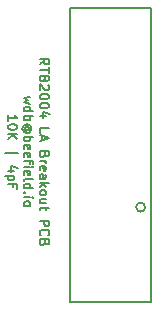
<source format=gbr>
%TF.GenerationSoftware,KiCad,Pcbnew,5.1.6-c6e7f7d~87~ubuntu18.04.1*%
%TF.CreationDate,2020-10-17T23:49:05-07:00*%
%TF.ProjectId,LA_Adapter,4c415f41-6461-4707-9465-722e6b696361,rev?*%
%TF.SameCoordinates,Original*%
%TF.FileFunction,Legend,Top*%
%TF.FilePolarity,Positive*%
%FSLAX46Y46*%
G04 Gerber Fmt 4.6, Leading zero omitted, Abs format (unit mm)*
G04 Created by KiCad (PCBNEW 5.1.6-c6e7f7d~87~ubuntu18.04.1) date 2020-10-17 23:49:05*
%MOMM*%
%LPD*%
G01*
G04 APERTURE LIST*
%ADD10C,0.150000*%
%ADD11C,0.152400*%
G04 APERTURE END LIST*
D10*
X25488095Y-96609523D02*
X25869047Y-96342857D01*
X25488095Y-96152380D02*
X26288095Y-96152380D01*
X26288095Y-96457142D01*
X26250000Y-96533333D01*
X26211904Y-96571428D01*
X26135714Y-96609523D01*
X26021428Y-96609523D01*
X25945238Y-96571428D01*
X25907142Y-96533333D01*
X25869047Y-96457142D01*
X25869047Y-96152380D01*
X26288095Y-96838095D02*
X26288095Y-97295238D01*
X25488095Y-97066666D02*
X26288095Y-97066666D01*
X25907142Y-97828571D02*
X25869047Y-97942857D01*
X25830952Y-97980952D01*
X25754761Y-98019047D01*
X25640476Y-98019047D01*
X25564285Y-97980952D01*
X25526190Y-97942857D01*
X25488095Y-97866666D01*
X25488095Y-97561904D01*
X26288095Y-97561904D01*
X26288095Y-97828571D01*
X26250000Y-97904761D01*
X26211904Y-97942857D01*
X26135714Y-97980952D01*
X26059523Y-97980952D01*
X25983333Y-97942857D01*
X25945238Y-97904761D01*
X25907142Y-97828571D01*
X25907142Y-97561904D01*
X26211904Y-98323809D02*
X26250000Y-98361904D01*
X26288095Y-98438095D01*
X26288095Y-98628571D01*
X26250000Y-98704761D01*
X26211904Y-98742857D01*
X26135714Y-98780952D01*
X26059523Y-98780952D01*
X25945238Y-98742857D01*
X25488095Y-98285714D01*
X25488095Y-98780952D01*
X26288095Y-99276190D02*
X26288095Y-99352380D01*
X26250000Y-99428571D01*
X26211904Y-99466666D01*
X26135714Y-99504761D01*
X25983333Y-99542857D01*
X25792857Y-99542857D01*
X25640476Y-99504761D01*
X25564285Y-99466666D01*
X25526190Y-99428571D01*
X25488095Y-99352380D01*
X25488095Y-99276190D01*
X25526190Y-99200000D01*
X25564285Y-99161904D01*
X25640476Y-99123809D01*
X25792857Y-99085714D01*
X25983333Y-99085714D01*
X26135714Y-99123809D01*
X26211904Y-99161904D01*
X26250000Y-99200000D01*
X26288095Y-99276190D01*
X26288095Y-100038095D02*
X26288095Y-100114285D01*
X26250000Y-100190476D01*
X26211904Y-100228571D01*
X26135714Y-100266666D01*
X25983333Y-100304761D01*
X25792857Y-100304761D01*
X25640476Y-100266666D01*
X25564285Y-100228571D01*
X25526190Y-100190476D01*
X25488095Y-100114285D01*
X25488095Y-100038095D01*
X25526190Y-99961904D01*
X25564285Y-99923809D01*
X25640476Y-99885714D01*
X25792857Y-99847619D01*
X25983333Y-99847619D01*
X26135714Y-99885714D01*
X26211904Y-99923809D01*
X26250000Y-99961904D01*
X26288095Y-100038095D01*
X26021428Y-100990476D02*
X25488095Y-100990476D01*
X26326190Y-100800000D02*
X25754761Y-100609523D01*
X25754761Y-101104761D01*
X25488095Y-102400000D02*
X25488095Y-102019047D01*
X26288095Y-102019047D01*
X25716666Y-102628571D02*
X25716666Y-103009523D01*
X25488095Y-102552380D02*
X26288095Y-102819047D01*
X25488095Y-103085714D01*
X25907142Y-104228571D02*
X25869047Y-104342857D01*
X25830952Y-104380952D01*
X25754761Y-104419047D01*
X25640476Y-104419047D01*
X25564285Y-104380952D01*
X25526190Y-104342857D01*
X25488095Y-104266666D01*
X25488095Y-103961904D01*
X26288095Y-103961904D01*
X26288095Y-104228571D01*
X26250000Y-104304761D01*
X26211904Y-104342857D01*
X26135714Y-104380952D01*
X26059523Y-104380952D01*
X25983333Y-104342857D01*
X25945238Y-104304761D01*
X25907142Y-104228571D01*
X25907142Y-103961904D01*
X25488095Y-104761904D02*
X26021428Y-104761904D01*
X25869047Y-104761904D02*
X25945238Y-104800000D01*
X25983333Y-104838095D01*
X26021428Y-104914285D01*
X26021428Y-104990476D01*
X25526190Y-105561904D02*
X25488095Y-105485714D01*
X25488095Y-105333333D01*
X25526190Y-105257142D01*
X25602380Y-105219047D01*
X25907142Y-105219047D01*
X25983333Y-105257142D01*
X26021428Y-105333333D01*
X26021428Y-105485714D01*
X25983333Y-105561904D01*
X25907142Y-105600000D01*
X25830952Y-105600000D01*
X25754761Y-105219047D01*
X25488095Y-106285714D02*
X25907142Y-106285714D01*
X25983333Y-106247619D01*
X26021428Y-106171428D01*
X26021428Y-106019047D01*
X25983333Y-105942857D01*
X25526190Y-106285714D02*
X25488095Y-106209523D01*
X25488095Y-106019047D01*
X25526190Y-105942857D01*
X25602380Y-105904761D01*
X25678571Y-105904761D01*
X25754761Y-105942857D01*
X25792857Y-106019047D01*
X25792857Y-106209523D01*
X25830952Y-106285714D01*
X25488095Y-106666666D02*
X26288095Y-106666666D01*
X25792857Y-106742857D02*
X25488095Y-106971428D01*
X26021428Y-106971428D02*
X25716666Y-106666666D01*
X25488095Y-107428571D02*
X25526190Y-107352380D01*
X25564285Y-107314285D01*
X25640476Y-107276190D01*
X25869047Y-107276190D01*
X25945238Y-107314285D01*
X25983333Y-107352380D01*
X26021428Y-107428571D01*
X26021428Y-107542857D01*
X25983333Y-107619047D01*
X25945238Y-107657142D01*
X25869047Y-107695238D01*
X25640476Y-107695238D01*
X25564285Y-107657142D01*
X25526190Y-107619047D01*
X25488095Y-107542857D01*
X25488095Y-107428571D01*
X26021428Y-108380952D02*
X25488095Y-108380952D01*
X26021428Y-108038095D02*
X25602380Y-108038095D01*
X25526190Y-108076190D01*
X25488095Y-108152380D01*
X25488095Y-108266666D01*
X25526190Y-108342857D01*
X25564285Y-108380952D01*
X26021428Y-108647619D02*
X26021428Y-108952380D01*
X26288095Y-108761904D02*
X25602380Y-108761904D01*
X25526190Y-108800000D01*
X25488095Y-108876190D01*
X25488095Y-108952380D01*
X25488095Y-109828571D02*
X26288095Y-109828571D01*
X26288095Y-110133333D01*
X26250000Y-110209523D01*
X26211904Y-110247619D01*
X26135714Y-110285714D01*
X26021428Y-110285714D01*
X25945238Y-110247619D01*
X25907142Y-110209523D01*
X25869047Y-110133333D01*
X25869047Y-109828571D01*
X25564285Y-111085714D02*
X25526190Y-111047619D01*
X25488095Y-110933333D01*
X25488095Y-110857142D01*
X25526190Y-110742857D01*
X25602380Y-110666666D01*
X25678571Y-110628571D01*
X25830952Y-110590476D01*
X25945238Y-110590476D01*
X26097619Y-110628571D01*
X26173809Y-110666666D01*
X26250000Y-110742857D01*
X26288095Y-110857142D01*
X26288095Y-110933333D01*
X26250000Y-111047619D01*
X26211904Y-111085714D01*
X25907142Y-111695238D02*
X25869047Y-111809523D01*
X25830952Y-111847619D01*
X25754761Y-111885714D01*
X25640476Y-111885714D01*
X25564285Y-111847619D01*
X25526190Y-111809523D01*
X25488095Y-111733333D01*
X25488095Y-111428571D01*
X26288095Y-111428571D01*
X26288095Y-111695238D01*
X26250000Y-111771428D01*
X26211904Y-111809523D01*
X26135714Y-111847619D01*
X26059523Y-111847619D01*
X25983333Y-111809523D01*
X25945238Y-111771428D01*
X25907142Y-111695238D01*
X25907142Y-111428571D01*
X24671428Y-99333333D02*
X24138095Y-99485714D01*
X24519047Y-99638095D01*
X24138095Y-99790476D01*
X24671428Y-99942857D01*
X24138095Y-100590476D02*
X24938095Y-100590476D01*
X24176190Y-100590476D02*
X24138095Y-100514285D01*
X24138095Y-100361904D01*
X24176190Y-100285714D01*
X24214285Y-100247619D01*
X24290476Y-100209523D01*
X24519047Y-100209523D01*
X24595238Y-100247619D01*
X24633333Y-100285714D01*
X24671428Y-100361904D01*
X24671428Y-100514285D01*
X24633333Y-100590476D01*
X24138095Y-100971428D02*
X24938095Y-100971428D01*
X24633333Y-100971428D02*
X24671428Y-101047619D01*
X24671428Y-101200000D01*
X24633333Y-101276190D01*
X24595238Y-101314285D01*
X24519047Y-101352380D01*
X24290476Y-101352380D01*
X24214285Y-101314285D01*
X24176190Y-101276190D01*
X24138095Y-101200000D01*
X24138095Y-101047619D01*
X24176190Y-100971428D01*
X24519047Y-102190476D02*
X24557142Y-102152380D01*
X24595238Y-102076190D01*
X24595238Y-102000000D01*
X24557142Y-101923809D01*
X24519047Y-101885714D01*
X24442857Y-101847619D01*
X24366666Y-101847619D01*
X24290476Y-101885714D01*
X24252380Y-101923809D01*
X24214285Y-102000000D01*
X24214285Y-102076190D01*
X24252380Y-102152380D01*
X24290476Y-102190476D01*
X24595238Y-102190476D02*
X24290476Y-102190476D01*
X24252380Y-102228571D01*
X24252380Y-102266666D01*
X24290476Y-102342857D01*
X24366666Y-102380952D01*
X24557142Y-102380952D01*
X24671428Y-102304761D01*
X24747619Y-102190476D01*
X24785714Y-102038095D01*
X24747619Y-101885714D01*
X24671428Y-101771428D01*
X24557142Y-101695238D01*
X24404761Y-101657142D01*
X24252380Y-101695238D01*
X24138095Y-101771428D01*
X24061904Y-101885714D01*
X24023809Y-102038095D01*
X24061904Y-102190476D01*
X24138095Y-102304761D01*
X24138095Y-102723809D02*
X24938095Y-102723809D01*
X24633333Y-102723809D02*
X24671428Y-102800000D01*
X24671428Y-102952380D01*
X24633333Y-103028571D01*
X24595238Y-103066666D01*
X24519047Y-103104761D01*
X24290476Y-103104761D01*
X24214285Y-103066666D01*
X24176190Y-103028571D01*
X24138095Y-102952380D01*
X24138095Y-102800000D01*
X24176190Y-102723809D01*
X24176190Y-103752380D02*
X24138095Y-103676190D01*
X24138095Y-103523809D01*
X24176190Y-103447619D01*
X24252380Y-103409523D01*
X24557142Y-103409523D01*
X24633333Y-103447619D01*
X24671428Y-103523809D01*
X24671428Y-103676190D01*
X24633333Y-103752380D01*
X24557142Y-103790476D01*
X24480952Y-103790476D01*
X24404761Y-103409523D01*
X24176190Y-104438095D02*
X24138095Y-104361904D01*
X24138095Y-104209523D01*
X24176190Y-104133333D01*
X24252380Y-104095238D01*
X24557142Y-104095238D01*
X24633333Y-104133333D01*
X24671428Y-104209523D01*
X24671428Y-104361904D01*
X24633333Y-104438095D01*
X24557142Y-104476190D01*
X24480952Y-104476190D01*
X24404761Y-104095238D01*
X24671428Y-104704761D02*
X24671428Y-105009523D01*
X24138095Y-104819047D02*
X24823809Y-104819047D01*
X24900000Y-104857142D01*
X24938095Y-104933333D01*
X24938095Y-105009523D01*
X24138095Y-105276190D02*
X24671428Y-105276190D01*
X24938095Y-105276190D02*
X24900000Y-105238095D01*
X24861904Y-105276190D01*
X24900000Y-105314285D01*
X24938095Y-105276190D01*
X24861904Y-105276190D01*
X24176190Y-105961904D02*
X24138095Y-105885714D01*
X24138095Y-105733333D01*
X24176190Y-105657142D01*
X24252380Y-105619047D01*
X24557142Y-105619047D01*
X24633333Y-105657142D01*
X24671428Y-105733333D01*
X24671428Y-105885714D01*
X24633333Y-105961904D01*
X24557142Y-106000000D01*
X24480952Y-106000000D01*
X24404761Y-105619047D01*
X24138095Y-106457142D02*
X24176190Y-106380952D01*
X24252380Y-106342857D01*
X24938095Y-106342857D01*
X24138095Y-107104761D02*
X24938095Y-107104761D01*
X24176190Y-107104761D02*
X24138095Y-107028571D01*
X24138095Y-106876190D01*
X24176190Y-106800000D01*
X24214285Y-106761904D01*
X24290476Y-106723809D01*
X24519047Y-106723809D01*
X24595238Y-106761904D01*
X24633333Y-106800000D01*
X24671428Y-106876190D01*
X24671428Y-107028571D01*
X24633333Y-107104761D01*
X24214285Y-107485714D02*
X24176190Y-107523809D01*
X24138095Y-107485714D01*
X24176190Y-107447619D01*
X24214285Y-107485714D01*
X24138095Y-107485714D01*
X24138095Y-107866666D02*
X24671428Y-107866666D01*
X24938095Y-107866666D02*
X24900000Y-107828571D01*
X24861904Y-107866666D01*
X24900000Y-107904761D01*
X24938095Y-107866666D01*
X24861904Y-107866666D01*
X24138095Y-108361904D02*
X24176190Y-108285714D01*
X24214285Y-108247619D01*
X24290476Y-108209523D01*
X24519047Y-108209523D01*
X24595238Y-108247619D01*
X24633333Y-108285714D01*
X24671428Y-108361904D01*
X24671428Y-108476190D01*
X24633333Y-108552380D01*
X24595238Y-108590476D01*
X24519047Y-108628571D01*
X24290476Y-108628571D01*
X24214285Y-108590476D01*
X24176190Y-108552380D01*
X24138095Y-108476190D01*
X24138095Y-108361904D01*
X22788095Y-101371428D02*
X22788095Y-100914285D01*
X22788095Y-101142857D02*
X23588095Y-101142857D01*
X23473809Y-101066666D01*
X23397619Y-100990476D01*
X23359523Y-100914285D01*
X23588095Y-101866666D02*
X23588095Y-101942857D01*
X23550000Y-102019047D01*
X23511904Y-102057142D01*
X23435714Y-102095238D01*
X23283333Y-102133333D01*
X23092857Y-102133333D01*
X22940476Y-102095238D01*
X22864285Y-102057142D01*
X22826190Y-102019047D01*
X22788095Y-101942857D01*
X22788095Y-101866666D01*
X22826190Y-101790476D01*
X22864285Y-101752380D01*
X22940476Y-101714285D01*
X23092857Y-101676190D01*
X23283333Y-101676190D01*
X23435714Y-101714285D01*
X23511904Y-101752380D01*
X23550000Y-101790476D01*
X23588095Y-101866666D01*
X22788095Y-102476190D02*
X23588095Y-102476190D01*
X22788095Y-102933333D02*
X23245238Y-102590476D01*
X23588095Y-102933333D02*
X23130952Y-102476190D01*
X22521428Y-104076190D02*
X23664285Y-104076190D01*
X23321428Y-105600000D02*
X22788095Y-105600000D01*
X23626190Y-105409523D02*
X23054761Y-105219047D01*
X23054761Y-105714285D01*
X23321428Y-106019047D02*
X22521428Y-106019047D01*
X23283333Y-106019047D02*
X23321428Y-106095238D01*
X23321428Y-106247619D01*
X23283333Y-106323809D01*
X23245238Y-106361904D01*
X23169047Y-106400000D01*
X22940476Y-106400000D01*
X22864285Y-106361904D01*
X22826190Y-106323809D01*
X22788095Y-106247619D01*
X22788095Y-106095238D01*
X22826190Y-106019047D01*
X23207142Y-107009523D02*
X23207142Y-106742857D01*
X22788095Y-106742857D02*
X23588095Y-106742857D01*
X23588095Y-107123809D01*
D11*
%TO.C,J2*%
X34421000Y-108695000D02*
G75*
G03*
X34421000Y-108695000I-381000J0D01*
G01*
X28020200Y-116696000D02*
X34954400Y-116696000D01*
X28020200Y-91804000D02*
X28020200Y-116696000D01*
X34954400Y-91804000D02*
X28020200Y-91804000D01*
X34954400Y-116696000D02*
X34954400Y-91804000D01*
%TD*%
M02*

</source>
